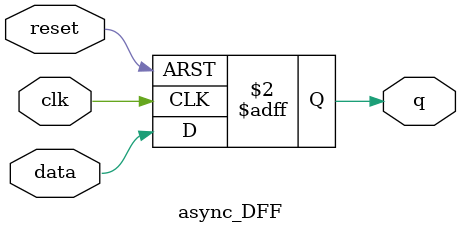
<source format=v>
module async_DFF(
    input clk,reset,data,
    output reg q
);
always @ (posedge clk or posedge reset)begin
if(reset)
q <= 1'b0;
else
q <= data;
end
endmodule

</source>
